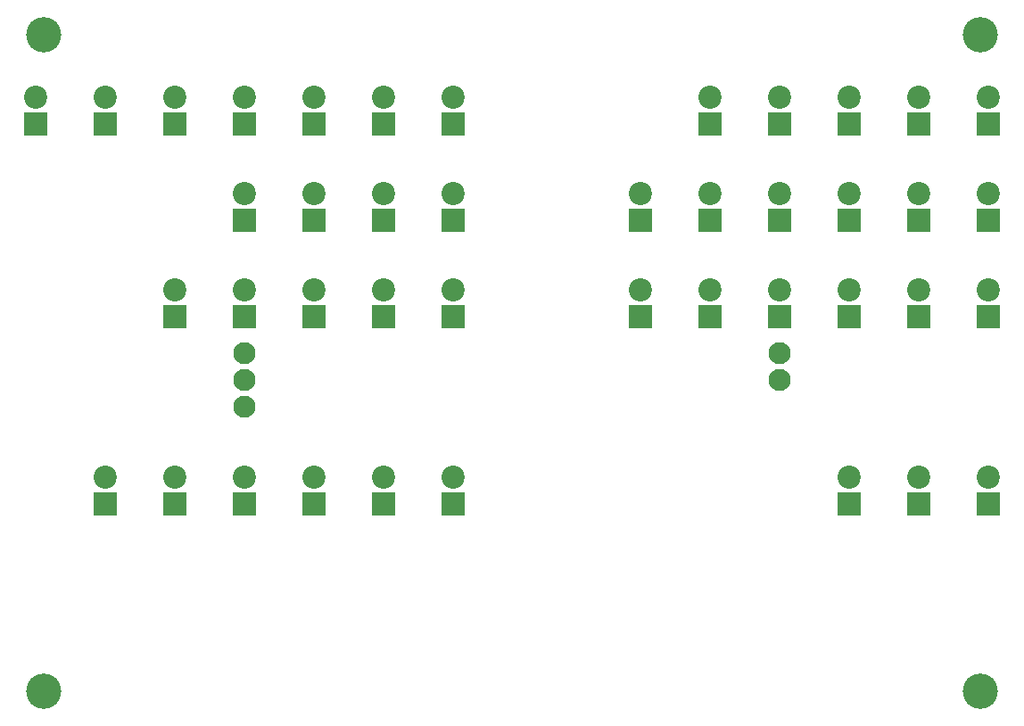
<source format=gbr>
G04 #@! TF.GenerationSoftware,KiCad,Pcbnew,(5.0.0)*
G04 #@! TF.CreationDate,2018-10-04T20:22:30-05:00*
G04 #@! TF.ProjectId,Binary_Display,42696E6172795F446973706C61792E6B,rev?*
G04 #@! TF.SameCoordinates,Original*
G04 #@! TF.FileFunction,Soldermask,Bot*
G04 #@! TF.FilePolarity,Negative*
%FSLAX46Y46*%
G04 Gerber Fmt 4.6, Leading zero omitted, Abs format (unit mm)*
G04 Created by KiCad (PCBNEW (5.0.0)) date 10/04/18 20:22:30*
%MOMM*%
%LPD*%
G01*
G04 APERTURE LIST*
%ADD10C,3.346400*%
%ADD11R,2.200000X2.200000*%
%ADD12C,2.200000*%
%ADD13C,2.100000*%
G04 APERTURE END LIST*
D10*
G04 #@! TO.C,REF\002A\002A*
X209595720Y-77932280D03*
G04 #@! TD*
G04 #@! TO.C,REF\002A\002A*
X120705880Y-140253720D03*
G04 #@! TD*
G04 #@! TO.C,REF\002A\002A*
X209595720Y-140253720D03*
G04 #@! TD*
D11*
G04 #@! TO.C,D31*
X177342800Y-95580200D03*
D12*
X177342800Y-93040200D03*
G04 #@! TD*
D11*
G04 #@! TO.C,D1*
X159562800Y-86436200D03*
D12*
X159562800Y-83896200D03*
G04 #@! TD*
D11*
G04 #@! TO.C,D2*
X152958800Y-86436200D03*
D12*
X152958800Y-83896200D03*
G04 #@! TD*
D11*
G04 #@! TO.C,D3*
X146354800Y-86436200D03*
D12*
X146354800Y-83896200D03*
G04 #@! TD*
D11*
G04 #@! TO.C,D4*
X139750800Y-86436200D03*
D12*
X139750800Y-83896200D03*
G04 #@! TD*
D11*
G04 #@! TO.C,D5*
X133146800Y-86436200D03*
D12*
X133146800Y-83896200D03*
G04 #@! TD*
D11*
G04 #@! TO.C,D6*
X126542800Y-86436200D03*
D12*
X126542800Y-83896200D03*
G04 #@! TD*
D11*
G04 #@! TO.C,D7*
X119938800Y-86436200D03*
D12*
X119938800Y-83896200D03*
G04 #@! TD*
D11*
G04 #@! TO.C,D8*
X159562800Y-122504200D03*
D12*
X159562800Y-119964200D03*
G04 #@! TD*
D11*
G04 #@! TO.C,D9*
X152958800Y-122504200D03*
D12*
X152958800Y-119964200D03*
G04 #@! TD*
D11*
G04 #@! TO.C,D10*
X146354800Y-122504200D03*
D12*
X146354800Y-119964200D03*
G04 #@! TD*
D11*
G04 #@! TO.C,D11*
X139750800Y-122504200D03*
D12*
X139750800Y-119964200D03*
G04 #@! TD*
D11*
G04 #@! TO.C,D12*
X133146800Y-122504200D03*
D12*
X133146800Y-119964200D03*
G04 #@! TD*
D11*
G04 #@! TO.C,D13*
X126542800Y-122504200D03*
D12*
X126542800Y-119964200D03*
G04 #@! TD*
D11*
G04 #@! TO.C,D14*
X210362800Y-86436200D03*
D12*
X210362800Y-83896200D03*
G04 #@! TD*
D11*
G04 #@! TO.C,D15*
X203758800Y-86436200D03*
D12*
X203758800Y-83896200D03*
G04 #@! TD*
D11*
G04 #@! TO.C,D16*
X197154800Y-86436200D03*
D12*
X197154800Y-83896200D03*
G04 #@! TD*
D11*
G04 #@! TO.C,D17*
X190550800Y-86436200D03*
D12*
X190550800Y-83896200D03*
G04 #@! TD*
D11*
G04 #@! TO.C,D18*
X183946800Y-86436200D03*
D12*
X183946800Y-83896200D03*
G04 #@! TD*
D11*
G04 #@! TO.C,D19*
X159562800Y-95580200D03*
D12*
X159562800Y-93040200D03*
G04 #@! TD*
D11*
G04 #@! TO.C,D20*
X152958800Y-95580200D03*
D12*
X152958800Y-93040200D03*
G04 #@! TD*
D11*
G04 #@! TO.C,D21*
X146354800Y-95580200D03*
D12*
X146354800Y-93040200D03*
G04 #@! TD*
D11*
G04 #@! TO.C,D22*
X139750800Y-95580200D03*
D12*
X139750800Y-93040200D03*
G04 #@! TD*
D11*
G04 #@! TO.C,D23*
X210362800Y-122504200D03*
D12*
X210362800Y-119964200D03*
G04 #@! TD*
D11*
G04 #@! TO.C,D24*
X203758800Y-122504200D03*
D12*
X203758800Y-119964200D03*
G04 #@! TD*
D11*
G04 #@! TO.C,D25*
X197154800Y-122504200D03*
D12*
X197154800Y-119964200D03*
G04 #@! TD*
D11*
G04 #@! TO.C,D26*
X210362800Y-95580200D03*
D12*
X210362800Y-93040200D03*
G04 #@! TD*
D11*
G04 #@! TO.C,D27*
X203758800Y-95580200D03*
D12*
X203758800Y-93040200D03*
G04 #@! TD*
D11*
G04 #@! TO.C,D28*
X197154800Y-95580200D03*
D12*
X197154800Y-93040200D03*
G04 #@! TD*
D11*
G04 #@! TO.C,D29*
X190550800Y-95580200D03*
D12*
X190550800Y-93040200D03*
G04 #@! TD*
D11*
G04 #@! TO.C,D30*
X183946800Y-95580200D03*
D12*
X183946800Y-93040200D03*
G04 #@! TD*
D11*
G04 #@! TO.C,D32*
X159562800Y-104724200D03*
D12*
X159562800Y-102184200D03*
G04 #@! TD*
D11*
G04 #@! TO.C,D33*
X152958800Y-104724200D03*
D12*
X152958800Y-102184200D03*
G04 #@! TD*
D11*
G04 #@! TO.C,D34*
X146354800Y-104724200D03*
D12*
X146354800Y-102184200D03*
G04 #@! TD*
D11*
G04 #@! TO.C,D35*
X139750800Y-104724200D03*
D12*
X139750800Y-102184200D03*
G04 #@! TD*
D11*
G04 #@! TO.C,D36*
X133146800Y-104724200D03*
D12*
X133146800Y-102184200D03*
G04 #@! TD*
D11*
G04 #@! TO.C,D37*
X210362800Y-104724200D03*
D12*
X210362800Y-102184200D03*
G04 #@! TD*
D11*
G04 #@! TO.C,D38*
X203758800Y-104724200D03*
D12*
X203758800Y-102184200D03*
G04 #@! TD*
D11*
G04 #@! TO.C,D39*
X197154800Y-104724200D03*
D12*
X197154800Y-102184200D03*
G04 #@! TD*
D11*
G04 #@! TO.C,D40*
X190550800Y-104724200D03*
D12*
X190550800Y-102184200D03*
G04 #@! TD*
D11*
G04 #@! TO.C,D41*
X183946800Y-104724200D03*
D12*
X183946800Y-102184200D03*
G04 #@! TD*
D11*
G04 #@! TO.C,D42*
X177342800Y-104724200D03*
D12*
X177342800Y-102184200D03*
G04 #@! TD*
D10*
G04 #@! TO.C,REF\002A\002A*
X120705880Y-77932280D03*
G04 #@! TD*
D13*
G04 #@! TO.C,J1*
X139750800Y-110744000D03*
X139750800Y-108204000D03*
X139750800Y-113284000D03*
X190550800Y-110744000D03*
X190550800Y-108204000D03*
G04 #@! TD*
M02*

</source>
